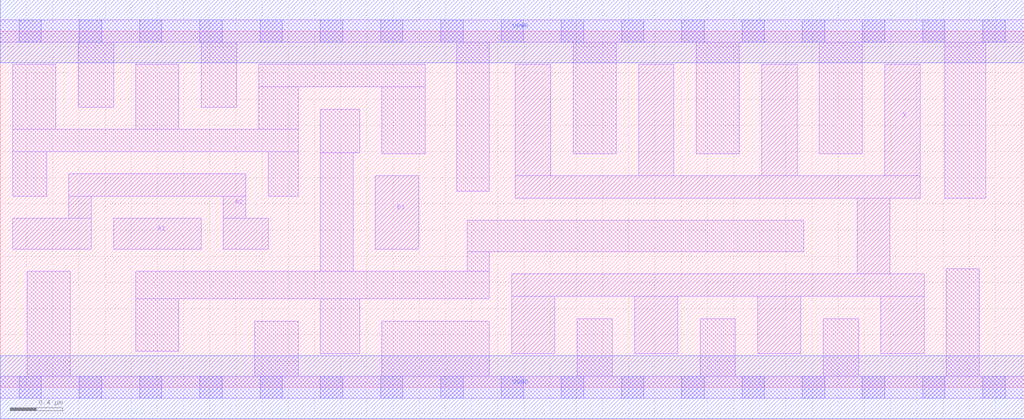
<source format=lef>
# Copyright 2020 The SkyWater PDK Authors
#
# Licensed under the Apache License, Version 2.0 (the "License");
# you may not use this file except in compliance with the License.
# You may obtain a copy of the License at
#
#     https://www.apache.org/licenses/LICENSE-2.0
#
# Unless required by applicable law or agreed to in writing, software
# distributed under the License is distributed on an "AS IS" BASIS,
# WITHOUT WARRANTIES OR CONDITIONS OF ANY KIND, either express or implied.
# See the License for the specific language governing permissions and
# limitations under the License.
#
# SPDX-License-Identifier: Apache-2.0

VERSION 5.7 ;
  NAMESCASESENSITIVE ON ;
  NOWIREEXTENSIONATPIN ON ;
  DIVIDERCHAR "/" ;
  BUSBITCHARS "[]" ;
UNITS
  DATABASE MICRONS 200 ;
END UNITS
PROPERTYDEFINITIONS
  MACRO maskLayoutSubType STRING ;
  MACRO prCellType STRING ;
  MACRO originalViewName STRING ;
END PROPERTYDEFINITIONS
MACRO sky130_fd_sc_hdll__a21o_8
  CLASS CORE ;
  FOREIGN sky130_fd_sc_hdll__a21o_8 ;
  ORIGIN  0.000000  0.000000 ;
  SIZE  7.820000 BY  2.720000 ;
  SYMMETRY X Y R90 ;
  SITE unithd ;
  PIN A1
    ANTENNAGATEAREA  0.555000 ;
    DIRECTION INPUT ;
    USE SIGNAL ;
    PORT
      LAYER li1 ;
        RECT 0.865000 1.055000 1.535000 1.290000 ;
    END
  END A1
  PIN A2
    ANTENNAGATEAREA  0.555000 ;
    DIRECTION INPUT ;
    USE SIGNAL ;
    PORT
      LAYER li1 ;
        RECT 0.095000 1.055000 0.695000 1.290000 ;
        RECT 0.525000 1.290000 0.695000 1.460000 ;
        RECT 0.525000 1.460000 1.875000 1.630000 ;
        RECT 1.705000 1.055000 2.045000 1.290000 ;
        RECT 1.705000 1.290000 1.875000 1.460000 ;
    END
  END A2
  PIN B1
    ANTENNAGATEAREA  0.555000 ;
    DIRECTION INPUT ;
    USE SIGNAL ;
    PORT
      LAYER li1 ;
        RECT 2.865000 1.055000 3.195000 1.615000 ;
    END
  END B1
  PIN VGND
    ANTENNADIFFAREA  1.930500 ;
    DIRECTION INOUT ;
    USE SIGNAL ;
    PORT
      LAYER met1 ;
        RECT 0.000000 -0.240000 7.820000 0.240000 ;
    END
  END VGND
  PIN VPWR
    ANTENNADIFFAREA  1.990000 ;
    DIRECTION INOUT ;
    USE SIGNAL ;
    PORT
      LAYER met1 ;
        RECT 0.000000 2.480000 7.820000 2.960000 ;
    END
  END VPWR
  PIN X
    ANTENNADIFFAREA  1.862000 ;
    DIRECTION OUTPUT ;
    USE SIGNAL ;
    PORT
      LAYER li1 ;
        RECT 3.905000 0.255000 4.235000 0.695000 ;
        RECT 3.905000 0.695000 7.055000 0.865000 ;
        RECT 3.935000 1.445000 7.025000 1.615000 ;
        RECT 3.935000 1.615000 4.205000 2.465000 ;
        RECT 4.845000 0.255000 5.175000 0.695000 ;
        RECT 4.875000 1.615000 5.145000 2.465000 ;
        RECT 5.785000 0.255000 6.115000 0.695000 ;
        RECT 5.815000 1.615000 6.085000 2.465000 ;
        RECT 6.545000 0.865000 6.795000 1.445000 ;
        RECT 6.725000 0.255000 7.055000 0.695000 ;
        RECT 6.755000 1.615000 7.025000 2.465000 ;
    END
  END X
  OBS
    LAYER li1 ;
      RECT 0.000000 -0.085000 7.820000 0.085000 ;
      RECT 0.000000  2.635000 7.820000 2.805000 ;
      RECT 0.095000  1.460000 0.355000 1.800000 ;
      RECT 0.095000  1.800000 2.275000 1.970000 ;
      RECT 0.095000  1.970000 0.425000 2.465000 ;
      RECT 0.205000  0.085000 0.535000 0.885000 ;
      RECT 0.595000  2.140000 0.865000 2.635000 ;
      RECT 1.035000  0.275000 1.365000 0.675000 ;
      RECT 1.035000  0.675000 3.735000 0.885000 ;
      RECT 1.035000  1.970000 1.365000 2.465000 ;
      RECT 1.535000  2.140000 1.805000 2.635000 ;
      RECT 1.945000  0.085000 2.275000 0.505000 ;
      RECT 1.975000  1.970000 2.275000 2.295000 ;
      RECT 1.975000  2.295000 3.245000 2.465000 ;
      RECT 2.045000  1.460000 2.275000 1.800000 ;
      RECT 2.445000  0.255000 2.745000 0.675000 ;
      RECT 2.445000  0.885000 2.695000 1.790000 ;
      RECT 2.445000  1.790000 2.745000 2.125000 ;
      RECT 2.915000  0.085000 3.735000 0.505000 ;
      RECT 2.915000  1.785000 3.245000 2.295000 ;
      RECT 3.485000  1.495000 3.735000 2.635000 ;
      RECT 3.565000  0.885000 3.735000 1.035000 ;
      RECT 3.565000  1.035000 6.135000 1.275000 ;
      RECT 4.375000  1.785000 4.705000 2.635000 ;
      RECT 4.405000  0.085000 4.675000 0.525000 ;
      RECT 5.315000  1.785000 5.645000 2.635000 ;
      RECT 5.345000  0.085000 5.615000 0.525000 ;
      RECT 6.255000  1.785000 6.585000 2.635000 ;
      RECT 6.285000  0.085000 6.555000 0.525000 ;
      RECT 7.215000  1.445000 7.525000 2.635000 ;
      RECT 7.225000  0.085000 7.475000 0.905000 ;
    LAYER mcon ;
      RECT 0.145000 -0.085000 0.315000 0.085000 ;
      RECT 0.145000  2.635000 0.315000 2.805000 ;
      RECT 0.605000 -0.085000 0.775000 0.085000 ;
      RECT 0.605000  2.635000 0.775000 2.805000 ;
      RECT 1.065000 -0.085000 1.235000 0.085000 ;
      RECT 1.065000  2.635000 1.235000 2.805000 ;
      RECT 1.525000 -0.085000 1.695000 0.085000 ;
      RECT 1.525000  2.635000 1.695000 2.805000 ;
      RECT 1.985000 -0.085000 2.155000 0.085000 ;
      RECT 1.985000  2.635000 2.155000 2.805000 ;
      RECT 2.445000 -0.085000 2.615000 0.085000 ;
      RECT 2.445000  2.635000 2.615000 2.805000 ;
      RECT 2.905000 -0.085000 3.075000 0.085000 ;
      RECT 2.905000  2.635000 3.075000 2.805000 ;
      RECT 3.365000 -0.085000 3.535000 0.085000 ;
      RECT 3.365000  2.635000 3.535000 2.805000 ;
      RECT 3.825000 -0.085000 3.995000 0.085000 ;
      RECT 3.825000  2.635000 3.995000 2.805000 ;
      RECT 4.285000 -0.085000 4.455000 0.085000 ;
      RECT 4.285000  2.635000 4.455000 2.805000 ;
      RECT 4.745000 -0.085000 4.915000 0.085000 ;
      RECT 4.745000  2.635000 4.915000 2.805000 ;
      RECT 5.205000 -0.085000 5.375000 0.085000 ;
      RECT 5.205000  2.635000 5.375000 2.805000 ;
      RECT 5.665000 -0.085000 5.835000 0.085000 ;
      RECT 5.665000  2.635000 5.835000 2.805000 ;
      RECT 6.125000 -0.085000 6.295000 0.085000 ;
      RECT 6.125000  2.635000 6.295000 2.805000 ;
      RECT 6.585000 -0.085000 6.755000 0.085000 ;
      RECT 6.585000  2.635000 6.755000 2.805000 ;
      RECT 7.045000 -0.085000 7.215000 0.085000 ;
      RECT 7.045000  2.635000 7.215000 2.805000 ;
      RECT 7.505000 -0.085000 7.675000 0.085000 ;
      RECT 7.505000  2.635000 7.675000 2.805000 ;
  END
  PROPERTY maskLayoutSubType "abstract" ;
  PROPERTY prCellType "standard" ;
  PROPERTY originalViewName "layout" ;
END sky130_fd_sc_hdll__a21o_8

</source>
